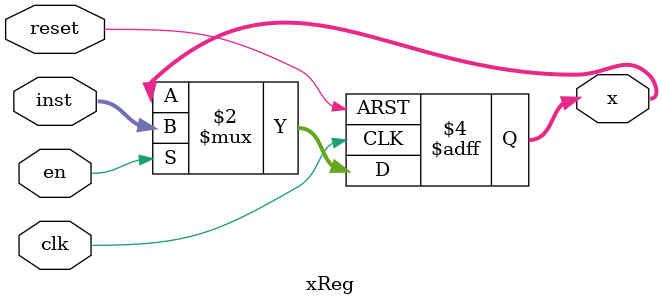
<source format=v>
module xReg(input [7:0] inst, input clk, reset, en, output reg [7:0] x);
	
	always@(posedge clk, posedge reset)
	begin
		if(reset)
			x <= 8'd0;
		else if(en)
			x <= inst;
	end
endmodule
</source>
